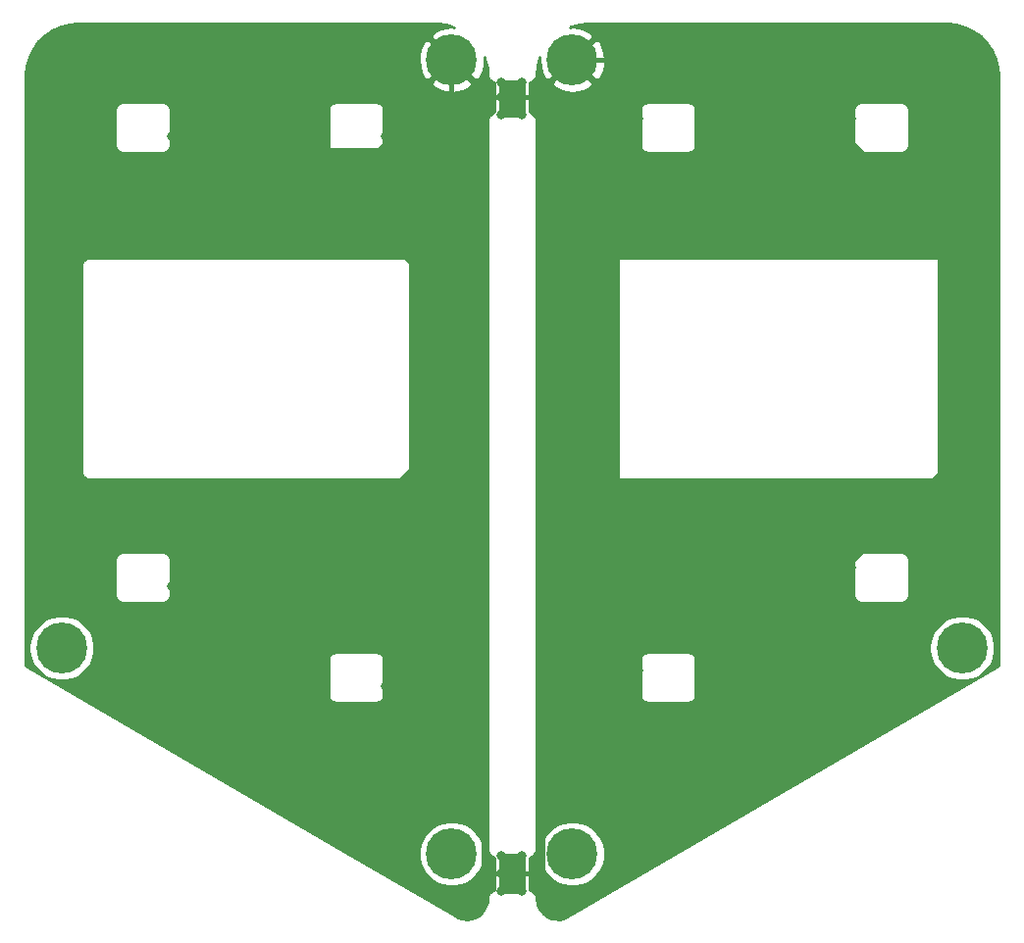
<source format=gtl>
G04 #@! TF.GenerationSoftware,KiCad,Pcbnew,5.1.5+dfsg1-2build2*
G04 #@! TF.CreationDate,2020-09-22T17:53:16+09:00*
G04 #@! TF.ProjectId,shield,73686965-6c64-42e6-9b69-6361645f7063,rev?*
G04 #@! TF.SameCoordinates,Original*
G04 #@! TF.FileFunction,Copper,L1,Top*
G04 #@! TF.FilePolarity,Positive*
%FSLAX46Y46*%
G04 Gerber Fmt 4.6, Leading zero omitted, Abs format (unit mm)*
G04 Created by KiCad (PCBNEW 5.1.5+dfsg1-2build2) date 2020-09-22 17:53:16*
%MOMM*%
%LPD*%
G04 APERTURE LIST*
%ADD10C,0.700000*%
%ADD11C,4.400000*%
%ADD12C,0.800000*%
%ADD13C,0.250000*%
%ADD14C,0.400000*%
%ADD15C,0.254000*%
G04 APERTURE END LIST*
D10*
X17883274Y-66143274D03*
X19050000Y-65660000D03*
X20216726Y-66143274D03*
X20700000Y-67310000D03*
X20216726Y-68476726D03*
X19050000Y-68960000D03*
X17883274Y-68476726D03*
X17400000Y-67310000D03*
D11*
X19050000Y-67310000D03*
D10*
X51538274Y-83923274D03*
X52705000Y-83440000D03*
X53871726Y-83923274D03*
X54355000Y-85090000D03*
X53871726Y-86256726D03*
X52705000Y-86740000D03*
X51538274Y-86256726D03*
X51055000Y-85090000D03*
D11*
X52705000Y-85090000D03*
X52705000Y-16510000D03*
D10*
X51055000Y-16510000D03*
X51538274Y-17676726D03*
X52705000Y-18160000D03*
X53871726Y-17676726D03*
X54355000Y-16510000D03*
X53871726Y-15343274D03*
X52705000Y-14860000D03*
X51538274Y-15343274D03*
D11*
X63119000Y-85090000D03*
D10*
X64769000Y-85090000D03*
X64285726Y-86256726D03*
X63119000Y-86740000D03*
X61952274Y-86256726D03*
X61469000Y-85090000D03*
X61952274Y-83923274D03*
X63119000Y-83440000D03*
X64285726Y-83923274D03*
D11*
X96774000Y-67310000D03*
D10*
X98424000Y-67310000D03*
X97940726Y-68476726D03*
X96774000Y-68960000D03*
X95607274Y-68476726D03*
X95124000Y-67310000D03*
X95607274Y-66143274D03*
X96774000Y-65660000D03*
X97940726Y-66143274D03*
X64285726Y-15343274D03*
X63119000Y-14860000D03*
X61952274Y-15343274D03*
X61469000Y-16510000D03*
X61952274Y-17676726D03*
X63119000Y-18160000D03*
X64285726Y-17676726D03*
X64769000Y-16510000D03*
D11*
X63119000Y-16510000D03*
D12*
X57023000Y-85217000D03*
X57023000Y-88265000D03*
X58801000Y-88265000D03*
X58801000Y-85217000D03*
X57023000Y-18415000D03*
X57023000Y-21209000D03*
X58801000Y-21209000D03*
X58801000Y-18415000D03*
X28575000Y-23114000D03*
X46990000Y-23114000D03*
X46990000Y-70612000D03*
X28575000Y-61976000D03*
X68834000Y-69215000D03*
X68834000Y-21590000D03*
X88519000Y-66675000D03*
X92964000Y-26035000D03*
X39370000Y-57785000D03*
X36830000Y-29210000D03*
X87249000Y-21590000D03*
X87249000Y-60325000D03*
X57023000Y-86741000D03*
X58801000Y-86741000D03*
X58801000Y-19685000D03*
X57023000Y-19685000D03*
D13*
X55499000Y-86741000D02*
X57023000Y-86741000D01*
D14*
X68199000Y-21590000D02*
X68834000Y-21590000D01*
X63119000Y-16510000D02*
X68199000Y-21590000D01*
X68434001Y-21989999D02*
X68834000Y-21590000D01*
X66961990Y-23462010D02*
X68434001Y-21989999D01*
X66961990Y-67342990D02*
X66961990Y-23462010D01*
X68834000Y-69215000D02*
X66961990Y-67342990D01*
X46990000Y-22225000D02*
X46990000Y-23114000D01*
X52705000Y-16510000D02*
X46990000Y-22225000D01*
X46990000Y-23679685D02*
X46990000Y-23114000D01*
X46357675Y-24312010D02*
X46990000Y-23679685D01*
X29773010Y-24312010D02*
X46357675Y-24312010D01*
X28575000Y-23114000D02*
X29773010Y-24312010D01*
X52705000Y-19621269D02*
X52705000Y-16510000D01*
X47555685Y-70612000D02*
X52705000Y-65462685D01*
X46990000Y-70612000D02*
X47555685Y-70612000D01*
X52705000Y-48423765D02*
X52705000Y-45720000D01*
X39152765Y-61976000D02*
X52705000Y-48423765D01*
X28575000Y-61976000D02*
X39152765Y-61976000D01*
X52705000Y-45720000D02*
X52705000Y-19621269D01*
X52705000Y-65462685D02*
X52705000Y-45720000D01*
X82169000Y-16510000D02*
X87249000Y-21590000D01*
X63119000Y-16510000D02*
X82169000Y-16510000D01*
X87249000Y-59853765D02*
X87249000Y-60325000D01*
X94836010Y-52266755D02*
X87249000Y-59853765D01*
X94836010Y-31249562D02*
X94836010Y-52266755D01*
X87249000Y-23662552D02*
X94836010Y-31249562D01*
X87249000Y-21590000D02*
X87249000Y-23662552D01*
D13*
X57023000Y-86741000D02*
X58801000Y-86741000D01*
X58801000Y-86741000D02*
X60325000Y-86741000D01*
D14*
X57023000Y-19685000D02*
X58801000Y-19685000D01*
X55880000Y-19685000D02*
X57023000Y-19685000D01*
X52705000Y-16510000D02*
X55880000Y-19685000D01*
X59944000Y-19685000D02*
X63119000Y-16510000D01*
X58801000Y-19685000D02*
X59944000Y-19685000D01*
X55499000Y-79121000D02*
X46990000Y-70612000D01*
X55499000Y-86741000D02*
X55499000Y-79121000D01*
X60518999Y-77530001D02*
X60518999Y-86547001D01*
X68834000Y-69215000D02*
X60518999Y-77530001D01*
X60325000Y-86741000D02*
X55499000Y-86741000D01*
X60518999Y-86547001D02*
X60325000Y-86741000D01*
X58801000Y-86741000D02*
X58801000Y-85217000D01*
X57023000Y-85217000D02*
X57023000Y-86741000D01*
X57023000Y-88265000D02*
X57023000Y-86741000D01*
X58801000Y-88265000D02*
X58801000Y-86741000D01*
X57023000Y-19685000D02*
X57023000Y-21209000D01*
X58801000Y-19685000D02*
X58801000Y-21209000D01*
X58801000Y-19685000D02*
X58801000Y-18415000D01*
X57023000Y-18415000D02*
X57023000Y-19685000D01*
X57023000Y-85217000D02*
X58801000Y-85217000D01*
X57023000Y-88265000D02*
X58801000Y-88265000D01*
X57023000Y-18415000D02*
X58801000Y-18415000D01*
X57023000Y-21209000D02*
X58801000Y-21209000D01*
D15*
G36*
X96277358Y-13481842D02*
G01*
X97026277Y-13686723D01*
X97727072Y-14020986D01*
X98357605Y-14474069D01*
X98897934Y-15031645D01*
X99330989Y-15676099D01*
X99643073Y-16387044D01*
X99825640Y-17147493D01*
X99874001Y-17806044D01*
X99874000Y-68807423D01*
X62676854Y-90529551D01*
X62332992Y-90661307D01*
X61981664Y-90721772D01*
X61625289Y-90712844D01*
X61277433Y-90634867D01*
X60951348Y-90490808D01*
X60659451Y-90286154D01*
X60412870Y-90028708D01*
X60220986Y-89728264D01*
X60091114Y-89396275D01*
X60024547Y-89025011D01*
X60020391Y-88920751D01*
X60022435Y-88900000D01*
X60008727Y-88760816D01*
X59968128Y-88626980D01*
X59902200Y-88503637D01*
X59813475Y-88395525D01*
X59705363Y-88306800D01*
X59582020Y-88240872D01*
X59448184Y-88200273D01*
X59436000Y-88199073D01*
X59436000Y-85409927D01*
X59448184Y-85408727D01*
X59582020Y-85368128D01*
X59705363Y-85302200D01*
X59813475Y-85213475D01*
X59902200Y-85105363D01*
X59968128Y-84982020D01*
X60008727Y-84848184D01*
X60012411Y-84810777D01*
X60284000Y-84810777D01*
X60284000Y-85369223D01*
X60392948Y-85916939D01*
X60606656Y-86432876D01*
X60916912Y-86897207D01*
X61311793Y-87292088D01*
X61776124Y-87602344D01*
X62292061Y-87816052D01*
X62839777Y-87925000D01*
X63398223Y-87925000D01*
X63945939Y-87816052D01*
X64461876Y-87602344D01*
X64926207Y-87292088D01*
X65321088Y-86897207D01*
X65631344Y-86432876D01*
X65845052Y-85916939D01*
X65954000Y-85369223D01*
X65954000Y-84810777D01*
X65845052Y-84263061D01*
X65631344Y-83747124D01*
X65321088Y-83282793D01*
X64926207Y-82887912D01*
X64461876Y-82577656D01*
X63945939Y-82363948D01*
X63398223Y-82255000D01*
X62839777Y-82255000D01*
X62292061Y-82363948D01*
X61776124Y-82577656D01*
X61311793Y-82887912D01*
X60916912Y-83282793D01*
X60606656Y-83747124D01*
X60392948Y-84263061D01*
X60284000Y-84810777D01*
X60012411Y-84810777D01*
X60022435Y-84709000D01*
X60019000Y-84674123D01*
X60019000Y-68350000D01*
X68975638Y-68350000D01*
X68979001Y-68384145D01*
X68979000Y-71315865D01*
X68975638Y-71350000D01*
X68989057Y-71486244D01*
X69028798Y-71617252D01*
X69093333Y-71737989D01*
X69180183Y-71843817D01*
X69286011Y-71930667D01*
X69406748Y-71995202D01*
X69537756Y-72034943D01*
X69674000Y-72048362D01*
X69708134Y-72045000D01*
X73039866Y-72045000D01*
X73074000Y-72048362D01*
X73210244Y-72034943D01*
X73341252Y-71995202D01*
X73461989Y-71930667D01*
X73567817Y-71843817D01*
X73654667Y-71737989D01*
X73719202Y-71617252D01*
X73758943Y-71486244D01*
X73769000Y-71384135D01*
X73769000Y-71384134D01*
X73772362Y-71350000D01*
X73769000Y-71315865D01*
X73769000Y-68384135D01*
X73772362Y-68350000D01*
X73758943Y-68213756D01*
X73719202Y-68082748D01*
X73654667Y-67962011D01*
X73567817Y-67856183D01*
X73461989Y-67769333D01*
X73341252Y-67704798D01*
X73210244Y-67665057D01*
X73108135Y-67655000D01*
X73108134Y-67655000D01*
X73074000Y-67651638D01*
X73039865Y-67655000D01*
X69708135Y-67655000D01*
X69674000Y-67651638D01*
X69639866Y-67655000D01*
X69639865Y-67655000D01*
X69537756Y-67665057D01*
X69406748Y-67704798D01*
X69286011Y-67769333D01*
X69180183Y-67856183D01*
X69093333Y-67962011D01*
X69028798Y-68082748D01*
X68989057Y-68213756D01*
X68975638Y-68350000D01*
X60019000Y-68350000D01*
X60019000Y-67030777D01*
X93939000Y-67030777D01*
X93939000Y-67589223D01*
X94047948Y-68136939D01*
X94261656Y-68652876D01*
X94571912Y-69117207D01*
X94966793Y-69512088D01*
X95431124Y-69822344D01*
X95947061Y-70036052D01*
X96494777Y-70145000D01*
X97053223Y-70145000D01*
X97600939Y-70036052D01*
X98116876Y-69822344D01*
X98581207Y-69512088D01*
X98976088Y-69117207D01*
X99286344Y-68652876D01*
X99500052Y-68136939D01*
X99609000Y-67589223D01*
X99609000Y-67030777D01*
X99500052Y-66483061D01*
X99286344Y-65967124D01*
X98976088Y-65502793D01*
X98581207Y-65107912D01*
X98116876Y-64797656D01*
X97600939Y-64583948D01*
X97053223Y-64475000D01*
X96494777Y-64475000D01*
X95947061Y-64583948D01*
X95431124Y-64797656D01*
X94966793Y-65107912D01*
X94571912Y-65502793D01*
X94261656Y-65967124D01*
X94047948Y-66483061D01*
X93939000Y-67030777D01*
X60019000Y-67030777D01*
X60019000Y-59714000D01*
X87390638Y-59714000D01*
X87394001Y-59748145D01*
X87394000Y-62679865D01*
X87390638Y-62714000D01*
X87404057Y-62850244D01*
X87443798Y-62981252D01*
X87508333Y-63101989D01*
X87595183Y-63207817D01*
X87701011Y-63294667D01*
X87821748Y-63359202D01*
X87952756Y-63398943D01*
X88089000Y-63412362D01*
X88123134Y-63409000D01*
X91454866Y-63409000D01*
X91489000Y-63412362D01*
X91625244Y-63398943D01*
X91756252Y-63359202D01*
X91876989Y-63294667D01*
X91982817Y-63207817D01*
X92069667Y-63101989D01*
X92134202Y-62981252D01*
X92173943Y-62850244D01*
X92184000Y-62748135D01*
X92184000Y-62748134D01*
X92187362Y-62714000D01*
X92184000Y-62679865D01*
X92184000Y-59748135D01*
X92187362Y-59714000D01*
X92173943Y-59577756D01*
X92134202Y-59446748D01*
X92069667Y-59326011D01*
X91982817Y-59220183D01*
X91876989Y-59133333D01*
X91756252Y-59068798D01*
X91625244Y-59029057D01*
X91523135Y-59019000D01*
X91523134Y-59019000D01*
X91489000Y-59015638D01*
X91454865Y-59019000D01*
X88123135Y-59019000D01*
X88089000Y-59015638D01*
X88054866Y-59019000D01*
X88054865Y-59019000D01*
X87952756Y-59029057D01*
X87821748Y-59068798D01*
X87701011Y-59133333D01*
X87595183Y-59220183D01*
X87508333Y-59326011D01*
X87443798Y-59446748D01*
X87404057Y-59577756D01*
X87390638Y-59714000D01*
X60019000Y-59714000D01*
X60019000Y-34290000D01*
X66723565Y-34290000D01*
X66727000Y-34324877D01*
X66727001Y-52035113D01*
X66723565Y-52070000D01*
X66737273Y-52209184D01*
X66777872Y-52343020D01*
X66843800Y-52466363D01*
X66932525Y-52574475D01*
X67040637Y-52663200D01*
X67163980Y-52729128D01*
X67297816Y-52769727D01*
X67402123Y-52780000D01*
X67437000Y-52783435D01*
X67471877Y-52780000D01*
X94326123Y-52780000D01*
X94361000Y-52783435D01*
X94395877Y-52780000D01*
X94500184Y-52769727D01*
X94634020Y-52729128D01*
X94757363Y-52663200D01*
X94865475Y-52574475D01*
X94954200Y-52466363D01*
X95020128Y-52343020D01*
X95060727Y-52209184D01*
X95074435Y-52070000D01*
X95071000Y-52035123D01*
X95071000Y-34324877D01*
X95074435Y-34290000D01*
X95060727Y-34150816D01*
X95020128Y-34016980D01*
X94954200Y-33893637D01*
X94865475Y-33785525D01*
X94757363Y-33696800D01*
X94634020Y-33630872D01*
X94500184Y-33590273D01*
X94395877Y-33580000D01*
X94361000Y-33576565D01*
X94326123Y-33580000D01*
X67471877Y-33580000D01*
X67437000Y-33576565D01*
X67402123Y-33580000D01*
X67297816Y-33590273D01*
X67163980Y-33630872D01*
X67040637Y-33696800D01*
X66932525Y-33785525D01*
X66843800Y-33893637D01*
X66777872Y-34016980D01*
X66737273Y-34150816D01*
X66723565Y-34290000D01*
X60019000Y-34290000D01*
X60019000Y-21751877D01*
X60022435Y-21717000D01*
X60008727Y-21577816D01*
X59968128Y-21443980D01*
X59902200Y-21320637D01*
X59813475Y-21212525D01*
X59705363Y-21123800D01*
X59582020Y-21057872D01*
X59448184Y-21017273D01*
X59436000Y-21016073D01*
X59436000Y-20852000D01*
X68975638Y-20852000D01*
X68979001Y-20886145D01*
X68979000Y-23817865D01*
X68975638Y-23852000D01*
X68989057Y-23988244D01*
X69028798Y-24119252D01*
X69093333Y-24239989D01*
X69180183Y-24345817D01*
X69286011Y-24432667D01*
X69406748Y-24497202D01*
X69537756Y-24536943D01*
X69674000Y-24550362D01*
X69708134Y-24547000D01*
X73039866Y-24547000D01*
X73074000Y-24550362D01*
X73210244Y-24536943D01*
X73341252Y-24497202D01*
X73461989Y-24432667D01*
X73567817Y-24345817D01*
X73654667Y-24239989D01*
X73719202Y-24119252D01*
X73758943Y-23988244D01*
X73769000Y-23886135D01*
X73769000Y-23886134D01*
X73772362Y-23852000D01*
X73769000Y-23817865D01*
X73769000Y-20886135D01*
X73772362Y-20852000D01*
X87390638Y-20852000D01*
X87394001Y-20886145D01*
X87394000Y-23817865D01*
X87390638Y-23852000D01*
X87404057Y-23988244D01*
X87443798Y-24119252D01*
X87508333Y-24239989D01*
X87595183Y-24345817D01*
X87701011Y-24432667D01*
X87821748Y-24497202D01*
X87952756Y-24536943D01*
X88089000Y-24550362D01*
X88123134Y-24547000D01*
X91454866Y-24547000D01*
X91489000Y-24550362D01*
X91625244Y-24536943D01*
X91756252Y-24497202D01*
X91876989Y-24432667D01*
X91982817Y-24345817D01*
X92069667Y-24239989D01*
X92134202Y-24119252D01*
X92173943Y-23988244D01*
X92184000Y-23886135D01*
X92184000Y-23886134D01*
X92187362Y-23852000D01*
X92184000Y-23817865D01*
X92184000Y-20886135D01*
X92187362Y-20852000D01*
X92173943Y-20715756D01*
X92134202Y-20584748D01*
X92069667Y-20464011D01*
X91982817Y-20358183D01*
X91876989Y-20271333D01*
X91756252Y-20206798D01*
X91625244Y-20167057D01*
X91523135Y-20157000D01*
X91523134Y-20157000D01*
X91489000Y-20153638D01*
X91454865Y-20157000D01*
X88123135Y-20157000D01*
X88089000Y-20153638D01*
X88054866Y-20157000D01*
X88054865Y-20157000D01*
X87952756Y-20167057D01*
X87821748Y-20206798D01*
X87701011Y-20271333D01*
X87595183Y-20358183D01*
X87508333Y-20464011D01*
X87443798Y-20584748D01*
X87404057Y-20715756D01*
X87390638Y-20852000D01*
X73772362Y-20852000D01*
X73758943Y-20715756D01*
X73719202Y-20584748D01*
X73654667Y-20464011D01*
X73567817Y-20358183D01*
X73461989Y-20271333D01*
X73341252Y-20206798D01*
X73210244Y-20167057D01*
X73108135Y-20157000D01*
X73108134Y-20157000D01*
X73074000Y-20153638D01*
X73039865Y-20157000D01*
X69708135Y-20157000D01*
X69674000Y-20153638D01*
X69639866Y-20157000D01*
X69639865Y-20157000D01*
X69537756Y-20167057D01*
X69406748Y-20206798D01*
X69286011Y-20271333D01*
X69180183Y-20358183D01*
X69093333Y-20464011D01*
X69028798Y-20584748D01*
X68989057Y-20715756D01*
X68975638Y-20852000D01*
X59436000Y-20852000D01*
X59436000Y-18499775D01*
X61308830Y-18499775D01*
X61548976Y-18887018D01*
X62042877Y-19147641D01*
X62578133Y-19306901D01*
X63134174Y-19358678D01*
X63689632Y-19300981D01*
X64223161Y-19136028D01*
X64689024Y-18887018D01*
X64929170Y-18499775D01*
X63119000Y-16689605D01*
X61308830Y-18499775D01*
X59436000Y-18499775D01*
X59436000Y-18480927D01*
X59448184Y-18479727D01*
X59582020Y-18439128D01*
X59705363Y-18373200D01*
X59813475Y-18284475D01*
X59902200Y-18176363D01*
X59968128Y-18053020D01*
X60008727Y-17919184D01*
X60022435Y-17780000D01*
X60022113Y-17776734D01*
X60090842Y-17006642D01*
X60294970Y-16260474D01*
X60270322Y-16525174D01*
X60328019Y-17080632D01*
X60492972Y-17614161D01*
X60741982Y-18080024D01*
X61129225Y-18320170D01*
X62939395Y-16510000D01*
X63298605Y-16510000D01*
X65108775Y-18320170D01*
X65496018Y-18080024D01*
X65756641Y-17586123D01*
X65915901Y-17050867D01*
X65967678Y-16494826D01*
X65909981Y-15939368D01*
X65745028Y-15405839D01*
X65496018Y-14939976D01*
X65108775Y-14699830D01*
X63298605Y-16510000D01*
X62939395Y-16510000D01*
X62925253Y-16495858D01*
X63104858Y-16316253D01*
X63119000Y-16330395D01*
X64929170Y-14520225D01*
X64689024Y-14132982D01*
X64195123Y-13872359D01*
X63659867Y-13713099D01*
X63103826Y-13661322D01*
X62901773Y-13682310D01*
X62996044Y-13640927D01*
X63756493Y-13458360D01*
X64415031Y-13410000D01*
X95472382Y-13410000D01*
X96277358Y-13481842D01*
G37*
X96277358Y-13481842D02*
X97026277Y-13686723D01*
X97727072Y-14020986D01*
X98357605Y-14474069D01*
X98897934Y-15031645D01*
X99330989Y-15676099D01*
X99643073Y-16387044D01*
X99825640Y-17147493D01*
X99874001Y-17806044D01*
X99874000Y-68807423D01*
X62676854Y-90529551D01*
X62332992Y-90661307D01*
X61981664Y-90721772D01*
X61625289Y-90712844D01*
X61277433Y-90634867D01*
X60951348Y-90490808D01*
X60659451Y-90286154D01*
X60412870Y-90028708D01*
X60220986Y-89728264D01*
X60091114Y-89396275D01*
X60024547Y-89025011D01*
X60020391Y-88920751D01*
X60022435Y-88900000D01*
X60008727Y-88760816D01*
X59968128Y-88626980D01*
X59902200Y-88503637D01*
X59813475Y-88395525D01*
X59705363Y-88306800D01*
X59582020Y-88240872D01*
X59448184Y-88200273D01*
X59436000Y-88199073D01*
X59436000Y-85409927D01*
X59448184Y-85408727D01*
X59582020Y-85368128D01*
X59705363Y-85302200D01*
X59813475Y-85213475D01*
X59902200Y-85105363D01*
X59968128Y-84982020D01*
X60008727Y-84848184D01*
X60012411Y-84810777D01*
X60284000Y-84810777D01*
X60284000Y-85369223D01*
X60392948Y-85916939D01*
X60606656Y-86432876D01*
X60916912Y-86897207D01*
X61311793Y-87292088D01*
X61776124Y-87602344D01*
X62292061Y-87816052D01*
X62839777Y-87925000D01*
X63398223Y-87925000D01*
X63945939Y-87816052D01*
X64461876Y-87602344D01*
X64926207Y-87292088D01*
X65321088Y-86897207D01*
X65631344Y-86432876D01*
X65845052Y-85916939D01*
X65954000Y-85369223D01*
X65954000Y-84810777D01*
X65845052Y-84263061D01*
X65631344Y-83747124D01*
X65321088Y-83282793D01*
X64926207Y-82887912D01*
X64461876Y-82577656D01*
X63945939Y-82363948D01*
X63398223Y-82255000D01*
X62839777Y-82255000D01*
X62292061Y-82363948D01*
X61776124Y-82577656D01*
X61311793Y-82887912D01*
X60916912Y-83282793D01*
X60606656Y-83747124D01*
X60392948Y-84263061D01*
X60284000Y-84810777D01*
X60012411Y-84810777D01*
X60022435Y-84709000D01*
X60019000Y-84674123D01*
X60019000Y-68350000D01*
X68975638Y-68350000D01*
X68979001Y-68384145D01*
X68979000Y-71315865D01*
X68975638Y-71350000D01*
X68989057Y-71486244D01*
X69028798Y-71617252D01*
X69093333Y-71737989D01*
X69180183Y-71843817D01*
X69286011Y-71930667D01*
X69406748Y-71995202D01*
X69537756Y-72034943D01*
X69674000Y-72048362D01*
X69708134Y-72045000D01*
X73039866Y-72045000D01*
X73074000Y-72048362D01*
X73210244Y-72034943D01*
X73341252Y-71995202D01*
X73461989Y-71930667D01*
X73567817Y-71843817D01*
X73654667Y-71737989D01*
X73719202Y-71617252D01*
X73758943Y-71486244D01*
X73769000Y-71384135D01*
X73769000Y-71384134D01*
X73772362Y-71350000D01*
X73769000Y-71315865D01*
X73769000Y-68384135D01*
X73772362Y-68350000D01*
X73758943Y-68213756D01*
X73719202Y-68082748D01*
X73654667Y-67962011D01*
X73567817Y-67856183D01*
X73461989Y-67769333D01*
X73341252Y-67704798D01*
X73210244Y-67665057D01*
X73108135Y-67655000D01*
X73108134Y-67655000D01*
X73074000Y-67651638D01*
X73039865Y-67655000D01*
X69708135Y-67655000D01*
X69674000Y-67651638D01*
X69639866Y-67655000D01*
X69639865Y-67655000D01*
X69537756Y-67665057D01*
X69406748Y-67704798D01*
X69286011Y-67769333D01*
X69180183Y-67856183D01*
X69093333Y-67962011D01*
X69028798Y-68082748D01*
X68989057Y-68213756D01*
X68975638Y-68350000D01*
X60019000Y-68350000D01*
X60019000Y-67030777D01*
X93939000Y-67030777D01*
X93939000Y-67589223D01*
X94047948Y-68136939D01*
X94261656Y-68652876D01*
X94571912Y-69117207D01*
X94966793Y-69512088D01*
X95431124Y-69822344D01*
X95947061Y-70036052D01*
X96494777Y-70145000D01*
X97053223Y-70145000D01*
X97600939Y-70036052D01*
X98116876Y-69822344D01*
X98581207Y-69512088D01*
X98976088Y-69117207D01*
X99286344Y-68652876D01*
X99500052Y-68136939D01*
X99609000Y-67589223D01*
X99609000Y-67030777D01*
X99500052Y-66483061D01*
X99286344Y-65967124D01*
X98976088Y-65502793D01*
X98581207Y-65107912D01*
X98116876Y-64797656D01*
X97600939Y-64583948D01*
X97053223Y-64475000D01*
X96494777Y-64475000D01*
X95947061Y-64583948D01*
X95431124Y-64797656D01*
X94966793Y-65107912D01*
X94571912Y-65502793D01*
X94261656Y-65967124D01*
X94047948Y-66483061D01*
X93939000Y-67030777D01*
X60019000Y-67030777D01*
X60019000Y-59714000D01*
X87390638Y-59714000D01*
X87394001Y-59748145D01*
X87394000Y-62679865D01*
X87390638Y-62714000D01*
X87404057Y-62850244D01*
X87443798Y-62981252D01*
X87508333Y-63101989D01*
X87595183Y-63207817D01*
X87701011Y-63294667D01*
X87821748Y-63359202D01*
X87952756Y-63398943D01*
X88089000Y-63412362D01*
X88123134Y-63409000D01*
X91454866Y-63409000D01*
X91489000Y-63412362D01*
X91625244Y-63398943D01*
X91756252Y-63359202D01*
X91876989Y-63294667D01*
X91982817Y-63207817D01*
X92069667Y-63101989D01*
X92134202Y-62981252D01*
X92173943Y-62850244D01*
X92184000Y-62748135D01*
X92184000Y-62748134D01*
X92187362Y-62714000D01*
X92184000Y-62679865D01*
X92184000Y-59748135D01*
X92187362Y-59714000D01*
X92173943Y-59577756D01*
X92134202Y-59446748D01*
X92069667Y-59326011D01*
X91982817Y-59220183D01*
X91876989Y-59133333D01*
X91756252Y-59068798D01*
X91625244Y-59029057D01*
X91523135Y-59019000D01*
X91523134Y-59019000D01*
X91489000Y-59015638D01*
X91454865Y-59019000D01*
X88123135Y-59019000D01*
X88089000Y-59015638D01*
X88054866Y-59019000D01*
X88054865Y-59019000D01*
X87952756Y-59029057D01*
X87821748Y-59068798D01*
X87701011Y-59133333D01*
X87595183Y-59220183D01*
X87508333Y-59326011D01*
X87443798Y-59446748D01*
X87404057Y-59577756D01*
X87390638Y-59714000D01*
X60019000Y-59714000D01*
X60019000Y-34290000D01*
X66723565Y-34290000D01*
X66727000Y-34324877D01*
X66727001Y-52035113D01*
X66723565Y-52070000D01*
X66737273Y-52209184D01*
X66777872Y-52343020D01*
X66843800Y-52466363D01*
X66932525Y-52574475D01*
X67040637Y-52663200D01*
X67163980Y-52729128D01*
X67297816Y-52769727D01*
X67402123Y-52780000D01*
X67437000Y-52783435D01*
X67471877Y-52780000D01*
X94326123Y-52780000D01*
X94361000Y-52783435D01*
X94395877Y-52780000D01*
X94500184Y-52769727D01*
X94634020Y-52729128D01*
X94757363Y-52663200D01*
X94865475Y-52574475D01*
X94954200Y-52466363D01*
X95020128Y-52343020D01*
X95060727Y-52209184D01*
X95074435Y-52070000D01*
X95071000Y-52035123D01*
X95071000Y-34324877D01*
X95074435Y-34290000D01*
X95060727Y-34150816D01*
X95020128Y-34016980D01*
X94954200Y-33893637D01*
X94865475Y-33785525D01*
X94757363Y-33696800D01*
X94634020Y-33630872D01*
X94500184Y-33590273D01*
X94395877Y-33580000D01*
X94361000Y-33576565D01*
X94326123Y-33580000D01*
X67471877Y-33580000D01*
X67437000Y-33576565D01*
X67402123Y-33580000D01*
X67297816Y-33590273D01*
X67163980Y-33630872D01*
X67040637Y-33696800D01*
X66932525Y-33785525D01*
X66843800Y-33893637D01*
X66777872Y-34016980D01*
X66737273Y-34150816D01*
X66723565Y-34290000D01*
X60019000Y-34290000D01*
X60019000Y-21751877D01*
X60022435Y-21717000D01*
X60008727Y-21577816D01*
X59968128Y-21443980D01*
X59902200Y-21320637D01*
X59813475Y-21212525D01*
X59705363Y-21123800D01*
X59582020Y-21057872D01*
X59448184Y-21017273D01*
X59436000Y-21016073D01*
X59436000Y-20852000D01*
X68975638Y-20852000D01*
X68979001Y-20886145D01*
X68979000Y-23817865D01*
X68975638Y-23852000D01*
X68989057Y-23988244D01*
X69028798Y-24119252D01*
X69093333Y-24239989D01*
X69180183Y-24345817D01*
X69286011Y-24432667D01*
X69406748Y-24497202D01*
X69537756Y-24536943D01*
X69674000Y-24550362D01*
X69708134Y-24547000D01*
X73039866Y-24547000D01*
X73074000Y-24550362D01*
X73210244Y-24536943D01*
X73341252Y-24497202D01*
X73461989Y-24432667D01*
X73567817Y-24345817D01*
X73654667Y-24239989D01*
X73719202Y-24119252D01*
X73758943Y-23988244D01*
X73769000Y-23886135D01*
X73769000Y-23886134D01*
X73772362Y-23852000D01*
X73769000Y-23817865D01*
X73769000Y-20886135D01*
X73772362Y-20852000D01*
X87390638Y-20852000D01*
X87394001Y-20886145D01*
X87394000Y-23817865D01*
X87390638Y-23852000D01*
X87404057Y-23988244D01*
X87443798Y-24119252D01*
X87508333Y-24239989D01*
X87595183Y-24345817D01*
X87701011Y-24432667D01*
X87821748Y-24497202D01*
X87952756Y-24536943D01*
X88089000Y-24550362D01*
X88123134Y-24547000D01*
X91454866Y-24547000D01*
X91489000Y-24550362D01*
X91625244Y-24536943D01*
X91756252Y-24497202D01*
X91876989Y-24432667D01*
X91982817Y-24345817D01*
X92069667Y-24239989D01*
X92134202Y-24119252D01*
X92173943Y-23988244D01*
X92184000Y-23886135D01*
X92184000Y-23886134D01*
X92187362Y-23852000D01*
X92184000Y-23817865D01*
X92184000Y-20886135D01*
X92187362Y-20852000D01*
X92173943Y-20715756D01*
X92134202Y-20584748D01*
X92069667Y-20464011D01*
X91982817Y-20358183D01*
X91876989Y-20271333D01*
X91756252Y-20206798D01*
X91625244Y-20167057D01*
X91523135Y-20157000D01*
X91523134Y-20157000D01*
X91489000Y-20153638D01*
X91454865Y-20157000D01*
X88123135Y-20157000D01*
X88089000Y-20153638D01*
X88054866Y-20157000D01*
X88054865Y-20157000D01*
X87952756Y-20167057D01*
X87821748Y-20206798D01*
X87701011Y-20271333D01*
X87595183Y-20358183D01*
X87508333Y-20464011D01*
X87443798Y-20584748D01*
X87404057Y-20715756D01*
X87390638Y-20852000D01*
X73772362Y-20852000D01*
X73758943Y-20715756D01*
X73719202Y-20584748D01*
X73654667Y-20464011D01*
X73567817Y-20358183D01*
X73461989Y-20271333D01*
X73341252Y-20206798D01*
X73210244Y-20167057D01*
X73108135Y-20157000D01*
X73108134Y-20157000D01*
X73074000Y-20153638D01*
X73039865Y-20157000D01*
X69708135Y-20157000D01*
X69674000Y-20153638D01*
X69639866Y-20157000D01*
X69639865Y-20157000D01*
X69537756Y-20167057D01*
X69406748Y-20206798D01*
X69286011Y-20271333D01*
X69180183Y-20358183D01*
X69093333Y-20464011D01*
X69028798Y-20584748D01*
X68989057Y-20715756D01*
X68975638Y-20852000D01*
X59436000Y-20852000D01*
X59436000Y-18499775D01*
X61308830Y-18499775D01*
X61548976Y-18887018D01*
X62042877Y-19147641D01*
X62578133Y-19306901D01*
X63134174Y-19358678D01*
X63689632Y-19300981D01*
X64223161Y-19136028D01*
X64689024Y-18887018D01*
X64929170Y-18499775D01*
X63119000Y-16689605D01*
X61308830Y-18499775D01*
X59436000Y-18499775D01*
X59436000Y-18480927D01*
X59448184Y-18479727D01*
X59582020Y-18439128D01*
X59705363Y-18373200D01*
X59813475Y-18284475D01*
X59902200Y-18176363D01*
X59968128Y-18053020D01*
X60008727Y-17919184D01*
X60022435Y-17780000D01*
X60022113Y-17776734D01*
X60090842Y-17006642D01*
X60294970Y-16260474D01*
X60270322Y-16525174D01*
X60328019Y-17080632D01*
X60492972Y-17614161D01*
X60741982Y-18080024D01*
X61129225Y-18320170D01*
X62939395Y-16510000D01*
X63298605Y-16510000D01*
X65108775Y-18320170D01*
X65496018Y-18080024D01*
X65756641Y-17586123D01*
X65915901Y-17050867D01*
X65967678Y-16494826D01*
X65909981Y-15939368D01*
X65745028Y-15405839D01*
X65496018Y-14939976D01*
X65108775Y-14699830D01*
X63298605Y-16510000D01*
X62939395Y-16510000D01*
X62925253Y-16495858D01*
X63104858Y-16316253D01*
X63119000Y-16330395D01*
X64929170Y-14520225D01*
X64689024Y-14132982D01*
X64195123Y-13872359D01*
X63659867Y-13713099D01*
X63103826Y-13661322D01*
X62901773Y-13682310D01*
X62996044Y-13640927D01*
X63756493Y-13458360D01*
X64415031Y-13410000D01*
X95472382Y-13410000D01*
X96277358Y-13481842D01*
G36*
X52208358Y-13481842D02*
G01*
X52954526Y-13685970D01*
X52689826Y-13661322D01*
X52134368Y-13719019D01*
X51600839Y-13883972D01*
X51134976Y-14132982D01*
X50894830Y-14520225D01*
X52705000Y-16330395D01*
X52719143Y-16316253D01*
X52898748Y-16495858D01*
X52884605Y-16510000D01*
X54694775Y-18320170D01*
X55082018Y-18080024D01*
X55342641Y-17586123D01*
X55501901Y-17050867D01*
X55553678Y-16494826D01*
X55532690Y-16292773D01*
X55574073Y-16387044D01*
X55756640Y-17147493D01*
X55802438Y-17771139D01*
X55801565Y-17780000D01*
X55815273Y-17919184D01*
X55855872Y-18053020D01*
X55921800Y-18176363D01*
X56010525Y-18284475D01*
X56118637Y-18373200D01*
X56241980Y-18439128D01*
X56375816Y-18479727D01*
X56388000Y-18480927D01*
X56388000Y-21016073D01*
X56375816Y-21017273D01*
X56241980Y-21057872D01*
X56118637Y-21123800D01*
X56010525Y-21212525D01*
X55921800Y-21320637D01*
X55855872Y-21443980D01*
X55815273Y-21577816D01*
X55801565Y-21717000D01*
X55805001Y-21751887D01*
X55805000Y-84674123D01*
X55801565Y-84709000D01*
X55815273Y-84848184D01*
X55855872Y-84982020D01*
X55921800Y-85105363D01*
X56010525Y-85213475D01*
X56118637Y-85302200D01*
X56241980Y-85368128D01*
X56375816Y-85408727D01*
X56388000Y-85409927D01*
X56388000Y-88199073D01*
X56375816Y-88200273D01*
X56241980Y-88240872D01*
X56118637Y-88306800D01*
X56010525Y-88395525D01*
X55921800Y-88503637D01*
X55855872Y-88626980D01*
X55815273Y-88760816D01*
X55801565Y-88900000D01*
X55801580Y-88900156D01*
X55766809Y-89254784D01*
X55663771Y-89596063D01*
X55496409Y-89910825D01*
X55271097Y-90187083D01*
X54996418Y-90414317D01*
X54682838Y-90583869D01*
X54342288Y-90689287D01*
X53987749Y-90726550D01*
X53632731Y-90694242D01*
X53270884Y-90587744D01*
X53164984Y-90539967D01*
X43354273Y-84810777D01*
X49870000Y-84810777D01*
X49870000Y-85369223D01*
X49978948Y-85916939D01*
X50192656Y-86432876D01*
X50502912Y-86897207D01*
X50897793Y-87292088D01*
X51362124Y-87602344D01*
X51878061Y-87816052D01*
X52425777Y-87925000D01*
X52984223Y-87925000D01*
X53531939Y-87816052D01*
X54047876Y-87602344D01*
X54512207Y-87292088D01*
X54907088Y-86897207D01*
X55217344Y-86432876D01*
X55431052Y-85916939D01*
X55540000Y-85369223D01*
X55540000Y-84810777D01*
X55431052Y-84263061D01*
X55217344Y-83747124D01*
X54907088Y-83282793D01*
X54512207Y-82887912D01*
X54047876Y-82577656D01*
X53531939Y-82363948D01*
X52984223Y-82255000D01*
X52425777Y-82255000D01*
X51878061Y-82363948D01*
X51362124Y-82577656D01*
X50897793Y-82887912D01*
X50502912Y-83282793D01*
X50192656Y-83747124D01*
X49978948Y-84263061D01*
X49870000Y-84810777D01*
X43354273Y-84810777D01*
X15950000Y-68807423D01*
X15950000Y-67030777D01*
X16215000Y-67030777D01*
X16215000Y-67589223D01*
X16323948Y-68136939D01*
X16537656Y-68652876D01*
X16847912Y-69117207D01*
X17242793Y-69512088D01*
X17707124Y-69822344D01*
X18223061Y-70036052D01*
X18770777Y-70145000D01*
X19329223Y-70145000D01*
X19876939Y-70036052D01*
X20392876Y-69822344D01*
X20857207Y-69512088D01*
X21252088Y-69117207D01*
X21562344Y-68652876D01*
X21687799Y-68350000D01*
X42051638Y-68350000D01*
X42055001Y-68384145D01*
X42055000Y-71315865D01*
X42051638Y-71350000D01*
X42065057Y-71486244D01*
X42104798Y-71617252D01*
X42169333Y-71737989D01*
X42256183Y-71843817D01*
X42362011Y-71930667D01*
X42482748Y-71995202D01*
X42613756Y-72034943D01*
X42750000Y-72048362D01*
X42784134Y-72045000D01*
X46115866Y-72045000D01*
X46150000Y-72048362D01*
X46286244Y-72034943D01*
X46417252Y-71995202D01*
X46537989Y-71930667D01*
X46643817Y-71843817D01*
X46730667Y-71737989D01*
X46795202Y-71617252D01*
X46834943Y-71486244D01*
X46845000Y-71384135D01*
X46845000Y-71384134D01*
X46848362Y-71350000D01*
X46845000Y-71315865D01*
X46845000Y-68384135D01*
X46848362Y-68350000D01*
X46834943Y-68213756D01*
X46795202Y-68082748D01*
X46730667Y-67962011D01*
X46643817Y-67856183D01*
X46537989Y-67769333D01*
X46417252Y-67704798D01*
X46286244Y-67665057D01*
X46184135Y-67655000D01*
X46184134Y-67655000D01*
X46150000Y-67651638D01*
X46115865Y-67655000D01*
X42784135Y-67655000D01*
X42750000Y-67651638D01*
X42715866Y-67655000D01*
X42715865Y-67655000D01*
X42613756Y-67665057D01*
X42482748Y-67704798D01*
X42362011Y-67769333D01*
X42256183Y-67856183D01*
X42169333Y-67962011D01*
X42104798Y-68082748D01*
X42065057Y-68213756D01*
X42051638Y-68350000D01*
X21687799Y-68350000D01*
X21776052Y-68136939D01*
X21885000Y-67589223D01*
X21885000Y-67030777D01*
X21776052Y-66483061D01*
X21562344Y-65967124D01*
X21252088Y-65502793D01*
X20857207Y-65107912D01*
X20392876Y-64797656D01*
X19876939Y-64583948D01*
X19329223Y-64475000D01*
X18770777Y-64475000D01*
X18223061Y-64583948D01*
X17707124Y-64797656D01*
X17242793Y-65107912D01*
X16847912Y-65502793D01*
X16537656Y-65967124D01*
X16323948Y-66483061D01*
X16215000Y-67030777D01*
X15950000Y-67030777D01*
X15950000Y-59714000D01*
X23636638Y-59714000D01*
X23640001Y-59748145D01*
X23640000Y-62679865D01*
X23636638Y-62714000D01*
X23650057Y-62850244D01*
X23689798Y-62981252D01*
X23754333Y-63101989D01*
X23841183Y-63207817D01*
X23947011Y-63294667D01*
X24067748Y-63359202D01*
X24198756Y-63398943D01*
X24335000Y-63412362D01*
X24369134Y-63409000D01*
X27700866Y-63409000D01*
X27735000Y-63412362D01*
X27871244Y-63398943D01*
X28002252Y-63359202D01*
X28122989Y-63294667D01*
X28228817Y-63207817D01*
X28315667Y-63101989D01*
X28380202Y-62981252D01*
X28419943Y-62850244D01*
X28430000Y-62748135D01*
X28430000Y-62748134D01*
X28433362Y-62714000D01*
X28430000Y-62679865D01*
X28430000Y-59748135D01*
X28433362Y-59714000D01*
X28419943Y-59577756D01*
X28380202Y-59446748D01*
X28315667Y-59326011D01*
X28228817Y-59220183D01*
X28122989Y-59133333D01*
X28002252Y-59068798D01*
X27871244Y-59029057D01*
X27769135Y-59019000D01*
X27769134Y-59019000D01*
X27735000Y-59015638D01*
X27700865Y-59019000D01*
X24369135Y-59019000D01*
X24335000Y-59015638D01*
X24300866Y-59019000D01*
X24300865Y-59019000D01*
X24198756Y-59029057D01*
X24067748Y-59068798D01*
X23947011Y-59133333D01*
X23841183Y-59220183D01*
X23754333Y-59326011D01*
X23689798Y-59446748D01*
X23650057Y-59577756D01*
X23636638Y-59714000D01*
X15950000Y-59714000D01*
X15950000Y-34290000D01*
X20749565Y-34290000D01*
X20753001Y-34324887D01*
X20753000Y-52035123D01*
X20749565Y-52070000D01*
X20763273Y-52209184D01*
X20803872Y-52343020D01*
X20869800Y-52466363D01*
X20958525Y-52574475D01*
X21066637Y-52663200D01*
X21189980Y-52729128D01*
X21323816Y-52769727D01*
X21463000Y-52783435D01*
X21497877Y-52780000D01*
X48352123Y-52780000D01*
X48387000Y-52783435D01*
X48421877Y-52780000D01*
X48526184Y-52769727D01*
X48660020Y-52729128D01*
X48783363Y-52663200D01*
X48891475Y-52574475D01*
X48980200Y-52466363D01*
X49046128Y-52343020D01*
X49086727Y-52209184D01*
X49100435Y-52070000D01*
X49097000Y-52035123D01*
X49097000Y-34324877D01*
X49100435Y-34290000D01*
X49086727Y-34150816D01*
X49046128Y-34016980D01*
X48980200Y-33893637D01*
X48891475Y-33785525D01*
X48783363Y-33696800D01*
X48660020Y-33630872D01*
X48526184Y-33590273D01*
X48421877Y-33580000D01*
X48387000Y-33576565D01*
X48352123Y-33580000D01*
X21497877Y-33580000D01*
X21463000Y-33576565D01*
X21428123Y-33580000D01*
X21323816Y-33590273D01*
X21189980Y-33630872D01*
X21066637Y-33696800D01*
X20958525Y-33785525D01*
X20869800Y-33893637D01*
X20803872Y-34016980D01*
X20763273Y-34150816D01*
X20749565Y-34290000D01*
X15950000Y-34290000D01*
X15950000Y-20852000D01*
X23636638Y-20852000D01*
X23640001Y-20886145D01*
X23640000Y-23817865D01*
X23636638Y-23852000D01*
X23650057Y-23988244D01*
X23689798Y-24119252D01*
X23754333Y-24239989D01*
X23841183Y-24345817D01*
X23947011Y-24432667D01*
X24067748Y-24497202D01*
X24198756Y-24536943D01*
X24335000Y-24550362D01*
X24369134Y-24547000D01*
X27700866Y-24547000D01*
X27735000Y-24550362D01*
X27871244Y-24536943D01*
X28002252Y-24497202D01*
X28122989Y-24432667D01*
X28228817Y-24345817D01*
X28315667Y-24239989D01*
X28380202Y-24119252D01*
X28419943Y-23988244D01*
X28430000Y-23886135D01*
X28430000Y-23886134D01*
X28433362Y-23852000D01*
X28430000Y-23817865D01*
X28430000Y-20886135D01*
X28433362Y-20852000D01*
X42051638Y-20852000D01*
X42055001Y-20886145D01*
X42055000Y-23817865D01*
X42051638Y-23852000D01*
X42065057Y-23988244D01*
X42104798Y-24119252D01*
X42169333Y-24239989D01*
X42256183Y-24345817D01*
X42362011Y-24432667D01*
X42482748Y-24497202D01*
X42613756Y-24536943D01*
X42750000Y-24550362D01*
X42784134Y-24547000D01*
X46115866Y-24547000D01*
X46150000Y-24550362D01*
X46286244Y-24536943D01*
X46417252Y-24497202D01*
X46537989Y-24432667D01*
X46643817Y-24345817D01*
X46730667Y-24239989D01*
X46795202Y-24119252D01*
X46834943Y-23988244D01*
X46845000Y-23886135D01*
X46845000Y-23886134D01*
X46848362Y-23852000D01*
X46845000Y-23817865D01*
X46845000Y-20886135D01*
X46848362Y-20852000D01*
X46834943Y-20715756D01*
X46795202Y-20584748D01*
X46730667Y-20464011D01*
X46643817Y-20358183D01*
X46537989Y-20271333D01*
X46417252Y-20206798D01*
X46286244Y-20167057D01*
X46184135Y-20157000D01*
X46184134Y-20157000D01*
X46150000Y-20153638D01*
X46115865Y-20157000D01*
X42784135Y-20157000D01*
X42750000Y-20153638D01*
X42715866Y-20157000D01*
X42715865Y-20157000D01*
X42613756Y-20167057D01*
X42482748Y-20206798D01*
X42362011Y-20271333D01*
X42256183Y-20358183D01*
X42169333Y-20464011D01*
X42104798Y-20584748D01*
X42065057Y-20715756D01*
X42051638Y-20852000D01*
X28433362Y-20852000D01*
X28419943Y-20715756D01*
X28380202Y-20584748D01*
X28315667Y-20464011D01*
X28228817Y-20358183D01*
X28122989Y-20271333D01*
X28002252Y-20206798D01*
X27871244Y-20167057D01*
X27769135Y-20157000D01*
X27769134Y-20157000D01*
X27735000Y-20153638D01*
X27700865Y-20157000D01*
X24369135Y-20157000D01*
X24335000Y-20153638D01*
X24300866Y-20157000D01*
X24300865Y-20157000D01*
X24198756Y-20167057D01*
X24067748Y-20206798D01*
X23947011Y-20271333D01*
X23841183Y-20358183D01*
X23754333Y-20464011D01*
X23689798Y-20584748D01*
X23650057Y-20715756D01*
X23636638Y-20852000D01*
X15950000Y-20852000D01*
X15950000Y-18499775D01*
X50894830Y-18499775D01*
X51134976Y-18887018D01*
X51628877Y-19147641D01*
X52164133Y-19306901D01*
X52720174Y-19358678D01*
X53275632Y-19300981D01*
X53809161Y-19136028D01*
X54275024Y-18887018D01*
X54515170Y-18499775D01*
X52705000Y-16689605D01*
X50894830Y-18499775D01*
X15950000Y-18499775D01*
X15950000Y-17811618D01*
X16021842Y-17006642D01*
X16153556Y-16525174D01*
X49856322Y-16525174D01*
X49914019Y-17080632D01*
X50078972Y-17614161D01*
X50327982Y-18080024D01*
X50715225Y-18320170D01*
X52525395Y-16510000D01*
X50715225Y-14699830D01*
X50327982Y-14939976D01*
X50067359Y-15433877D01*
X49908099Y-15969133D01*
X49856322Y-16525174D01*
X16153556Y-16525174D01*
X16226723Y-16257723D01*
X16560986Y-15556928D01*
X17014069Y-14926395D01*
X17571645Y-14386066D01*
X18216099Y-13953011D01*
X18927044Y-13640927D01*
X19687493Y-13458360D01*
X20346031Y-13410000D01*
X51403382Y-13410000D01*
X52208358Y-13481842D01*
G37*
X52208358Y-13481842D02*
X52954526Y-13685970D01*
X52689826Y-13661322D01*
X52134368Y-13719019D01*
X51600839Y-13883972D01*
X51134976Y-14132982D01*
X50894830Y-14520225D01*
X52705000Y-16330395D01*
X52719143Y-16316253D01*
X52898748Y-16495858D01*
X52884605Y-16510000D01*
X54694775Y-18320170D01*
X55082018Y-18080024D01*
X55342641Y-17586123D01*
X55501901Y-17050867D01*
X55553678Y-16494826D01*
X55532690Y-16292773D01*
X55574073Y-16387044D01*
X55756640Y-17147493D01*
X55802438Y-17771139D01*
X55801565Y-17780000D01*
X55815273Y-17919184D01*
X55855872Y-18053020D01*
X55921800Y-18176363D01*
X56010525Y-18284475D01*
X56118637Y-18373200D01*
X56241980Y-18439128D01*
X56375816Y-18479727D01*
X56388000Y-18480927D01*
X56388000Y-21016073D01*
X56375816Y-21017273D01*
X56241980Y-21057872D01*
X56118637Y-21123800D01*
X56010525Y-21212525D01*
X55921800Y-21320637D01*
X55855872Y-21443980D01*
X55815273Y-21577816D01*
X55801565Y-21717000D01*
X55805001Y-21751887D01*
X55805000Y-84674123D01*
X55801565Y-84709000D01*
X55815273Y-84848184D01*
X55855872Y-84982020D01*
X55921800Y-85105363D01*
X56010525Y-85213475D01*
X56118637Y-85302200D01*
X56241980Y-85368128D01*
X56375816Y-85408727D01*
X56388000Y-85409927D01*
X56388000Y-88199073D01*
X56375816Y-88200273D01*
X56241980Y-88240872D01*
X56118637Y-88306800D01*
X56010525Y-88395525D01*
X55921800Y-88503637D01*
X55855872Y-88626980D01*
X55815273Y-88760816D01*
X55801565Y-88900000D01*
X55801580Y-88900156D01*
X55766809Y-89254784D01*
X55663771Y-89596063D01*
X55496409Y-89910825D01*
X55271097Y-90187083D01*
X54996418Y-90414317D01*
X54682838Y-90583869D01*
X54342288Y-90689287D01*
X53987749Y-90726550D01*
X53632731Y-90694242D01*
X53270884Y-90587744D01*
X53164984Y-90539967D01*
X43354273Y-84810777D01*
X49870000Y-84810777D01*
X49870000Y-85369223D01*
X49978948Y-85916939D01*
X50192656Y-86432876D01*
X50502912Y-86897207D01*
X50897793Y-87292088D01*
X51362124Y-87602344D01*
X51878061Y-87816052D01*
X52425777Y-87925000D01*
X52984223Y-87925000D01*
X53531939Y-87816052D01*
X54047876Y-87602344D01*
X54512207Y-87292088D01*
X54907088Y-86897207D01*
X55217344Y-86432876D01*
X55431052Y-85916939D01*
X55540000Y-85369223D01*
X55540000Y-84810777D01*
X55431052Y-84263061D01*
X55217344Y-83747124D01*
X54907088Y-83282793D01*
X54512207Y-82887912D01*
X54047876Y-82577656D01*
X53531939Y-82363948D01*
X52984223Y-82255000D01*
X52425777Y-82255000D01*
X51878061Y-82363948D01*
X51362124Y-82577656D01*
X50897793Y-82887912D01*
X50502912Y-83282793D01*
X50192656Y-83747124D01*
X49978948Y-84263061D01*
X49870000Y-84810777D01*
X43354273Y-84810777D01*
X15950000Y-68807423D01*
X15950000Y-67030777D01*
X16215000Y-67030777D01*
X16215000Y-67589223D01*
X16323948Y-68136939D01*
X16537656Y-68652876D01*
X16847912Y-69117207D01*
X17242793Y-69512088D01*
X17707124Y-69822344D01*
X18223061Y-70036052D01*
X18770777Y-70145000D01*
X19329223Y-70145000D01*
X19876939Y-70036052D01*
X20392876Y-69822344D01*
X20857207Y-69512088D01*
X21252088Y-69117207D01*
X21562344Y-68652876D01*
X21687799Y-68350000D01*
X42051638Y-68350000D01*
X42055001Y-68384145D01*
X42055000Y-71315865D01*
X42051638Y-71350000D01*
X42065057Y-71486244D01*
X42104798Y-71617252D01*
X42169333Y-71737989D01*
X42256183Y-71843817D01*
X42362011Y-71930667D01*
X42482748Y-71995202D01*
X42613756Y-72034943D01*
X42750000Y-72048362D01*
X42784134Y-72045000D01*
X46115866Y-72045000D01*
X46150000Y-72048362D01*
X46286244Y-72034943D01*
X46417252Y-71995202D01*
X46537989Y-71930667D01*
X46643817Y-71843817D01*
X46730667Y-71737989D01*
X46795202Y-71617252D01*
X46834943Y-71486244D01*
X46845000Y-71384135D01*
X46845000Y-71384134D01*
X46848362Y-71350000D01*
X46845000Y-71315865D01*
X46845000Y-68384135D01*
X46848362Y-68350000D01*
X46834943Y-68213756D01*
X46795202Y-68082748D01*
X46730667Y-67962011D01*
X46643817Y-67856183D01*
X46537989Y-67769333D01*
X46417252Y-67704798D01*
X46286244Y-67665057D01*
X46184135Y-67655000D01*
X46184134Y-67655000D01*
X46150000Y-67651638D01*
X46115865Y-67655000D01*
X42784135Y-67655000D01*
X42750000Y-67651638D01*
X42715866Y-67655000D01*
X42715865Y-67655000D01*
X42613756Y-67665057D01*
X42482748Y-67704798D01*
X42362011Y-67769333D01*
X42256183Y-67856183D01*
X42169333Y-67962011D01*
X42104798Y-68082748D01*
X42065057Y-68213756D01*
X42051638Y-68350000D01*
X21687799Y-68350000D01*
X21776052Y-68136939D01*
X21885000Y-67589223D01*
X21885000Y-67030777D01*
X21776052Y-66483061D01*
X21562344Y-65967124D01*
X21252088Y-65502793D01*
X20857207Y-65107912D01*
X20392876Y-64797656D01*
X19876939Y-64583948D01*
X19329223Y-64475000D01*
X18770777Y-64475000D01*
X18223061Y-64583948D01*
X17707124Y-64797656D01*
X17242793Y-65107912D01*
X16847912Y-65502793D01*
X16537656Y-65967124D01*
X16323948Y-66483061D01*
X16215000Y-67030777D01*
X15950000Y-67030777D01*
X15950000Y-59714000D01*
X23636638Y-59714000D01*
X23640001Y-59748145D01*
X23640000Y-62679865D01*
X23636638Y-62714000D01*
X23650057Y-62850244D01*
X23689798Y-62981252D01*
X23754333Y-63101989D01*
X23841183Y-63207817D01*
X23947011Y-63294667D01*
X24067748Y-63359202D01*
X24198756Y-63398943D01*
X24335000Y-63412362D01*
X24369134Y-63409000D01*
X27700866Y-63409000D01*
X27735000Y-63412362D01*
X27871244Y-63398943D01*
X28002252Y-63359202D01*
X28122989Y-63294667D01*
X28228817Y-63207817D01*
X28315667Y-63101989D01*
X28380202Y-62981252D01*
X28419943Y-62850244D01*
X28430000Y-62748135D01*
X28430000Y-62748134D01*
X28433362Y-62714000D01*
X28430000Y-62679865D01*
X28430000Y-59748135D01*
X28433362Y-59714000D01*
X28419943Y-59577756D01*
X28380202Y-59446748D01*
X28315667Y-59326011D01*
X28228817Y-59220183D01*
X28122989Y-59133333D01*
X28002252Y-59068798D01*
X27871244Y-59029057D01*
X27769135Y-59019000D01*
X27769134Y-59019000D01*
X27735000Y-59015638D01*
X27700865Y-59019000D01*
X24369135Y-59019000D01*
X24335000Y-59015638D01*
X24300866Y-59019000D01*
X24300865Y-59019000D01*
X24198756Y-59029057D01*
X24067748Y-59068798D01*
X23947011Y-59133333D01*
X23841183Y-59220183D01*
X23754333Y-59326011D01*
X23689798Y-59446748D01*
X23650057Y-59577756D01*
X23636638Y-59714000D01*
X15950000Y-59714000D01*
X15950000Y-34290000D01*
X20749565Y-34290000D01*
X20753001Y-34324887D01*
X20753000Y-52035123D01*
X20749565Y-52070000D01*
X20763273Y-52209184D01*
X20803872Y-52343020D01*
X20869800Y-52466363D01*
X20958525Y-52574475D01*
X21066637Y-52663200D01*
X21189980Y-52729128D01*
X21323816Y-52769727D01*
X21463000Y-52783435D01*
X21497877Y-52780000D01*
X48352123Y-52780000D01*
X48387000Y-52783435D01*
X48421877Y-52780000D01*
X48526184Y-52769727D01*
X48660020Y-52729128D01*
X48783363Y-52663200D01*
X48891475Y-52574475D01*
X48980200Y-52466363D01*
X49046128Y-52343020D01*
X49086727Y-52209184D01*
X49100435Y-52070000D01*
X49097000Y-52035123D01*
X49097000Y-34324877D01*
X49100435Y-34290000D01*
X49086727Y-34150816D01*
X49046128Y-34016980D01*
X48980200Y-33893637D01*
X48891475Y-33785525D01*
X48783363Y-33696800D01*
X48660020Y-33630872D01*
X48526184Y-33590273D01*
X48421877Y-33580000D01*
X48387000Y-33576565D01*
X48352123Y-33580000D01*
X21497877Y-33580000D01*
X21463000Y-33576565D01*
X21428123Y-33580000D01*
X21323816Y-33590273D01*
X21189980Y-33630872D01*
X21066637Y-33696800D01*
X20958525Y-33785525D01*
X20869800Y-33893637D01*
X20803872Y-34016980D01*
X20763273Y-34150816D01*
X20749565Y-34290000D01*
X15950000Y-34290000D01*
X15950000Y-20852000D01*
X23636638Y-20852000D01*
X23640001Y-20886145D01*
X23640000Y-23817865D01*
X23636638Y-23852000D01*
X23650057Y-23988244D01*
X23689798Y-24119252D01*
X23754333Y-24239989D01*
X23841183Y-24345817D01*
X23947011Y-24432667D01*
X24067748Y-24497202D01*
X24198756Y-24536943D01*
X24335000Y-24550362D01*
X24369134Y-24547000D01*
X27700866Y-24547000D01*
X27735000Y-24550362D01*
X27871244Y-24536943D01*
X28002252Y-24497202D01*
X28122989Y-24432667D01*
X28228817Y-24345817D01*
X28315667Y-24239989D01*
X28380202Y-24119252D01*
X28419943Y-23988244D01*
X28430000Y-23886135D01*
X28430000Y-23886134D01*
X28433362Y-23852000D01*
X28430000Y-23817865D01*
X28430000Y-20886135D01*
X28433362Y-20852000D01*
X42051638Y-20852000D01*
X42055001Y-20886145D01*
X42055000Y-23817865D01*
X42051638Y-23852000D01*
X42065057Y-23988244D01*
X42104798Y-24119252D01*
X42169333Y-24239989D01*
X42256183Y-24345817D01*
X42362011Y-24432667D01*
X42482748Y-24497202D01*
X42613756Y-24536943D01*
X42750000Y-24550362D01*
X42784134Y-24547000D01*
X46115866Y-24547000D01*
X46150000Y-24550362D01*
X46286244Y-24536943D01*
X46417252Y-24497202D01*
X46537989Y-24432667D01*
X46643817Y-24345817D01*
X46730667Y-24239989D01*
X46795202Y-24119252D01*
X46834943Y-23988244D01*
X46845000Y-23886135D01*
X46845000Y-23886134D01*
X46848362Y-23852000D01*
X46845000Y-23817865D01*
X46845000Y-20886135D01*
X46848362Y-20852000D01*
X46834943Y-20715756D01*
X46795202Y-20584748D01*
X46730667Y-20464011D01*
X46643817Y-20358183D01*
X46537989Y-20271333D01*
X46417252Y-20206798D01*
X46286244Y-20167057D01*
X46184135Y-20157000D01*
X46184134Y-20157000D01*
X46150000Y-20153638D01*
X46115865Y-20157000D01*
X42784135Y-20157000D01*
X42750000Y-20153638D01*
X42715866Y-20157000D01*
X42715865Y-20157000D01*
X42613756Y-20167057D01*
X42482748Y-20206798D01*
X42362011Y-20271333D01*
X42256183Y-20358183D01*
X42169333Y-20464011D01*
X42104798Y-20584748D01*
X42065057Y-20715756D01*
X42051638Y-20852000D01*
X28433362Y-20852000D01*
X28419943Y-20715756D01*
X28380202Y-20584748D01*
X28315667Y-20464011D01*
X28228817Y-20358183D01*
X28122989Y-20271333D01*
X28002252Y-20206798D01*
X27871244Y-20167057D01*
X27769135Y-20157000D01*
X27769134Y-20157000D01*
X27735000Y-20153638D01*
X27700865Y-20157000D01*
X24369135Y-20157000D01*
X24335000Y-20153638D01*
X24300866Y-20157000D01*
X24300865Y-20157000D01*
X24198756Y-20167057D01*
X24067748Y-20206798D01*
X23947011Y-20271333D01*
X23841183Y-20358183D01*
X23754333Y-20464011D01*
X23689798Y-20584748D01*
X23650057Y-20715756D01*
X23636638Y-20852000D01*
X15950000Y-20852000D01*
X15950000Y-18499775D01*
X50894830Y-18499775D01*
X51134976Y-18887018D01*
X51628877Y-19147641D01*
X52164133Y-19306901D01*
X52720174Y-19358678D01*
X53275632Y-19300981D01*
X53809161Y-19136028D01*
X54275024Y-18887018D01*
X54515170Y-18499775D01*
X52705000Y-16689605D01*
X50894830Y-18499775D01*
X15950000Y-18499775D01*
X15950000Y-17811618D01*
X16021842Y-17006642D01*
X16153556Y-16525174D01*
X49856322Y-16525174D01*
X49914019Y-17080632D01*
X50078972Y-17614161D01*
X50327982Y-18080024D01*
X50715225Y-18320170D01*
X52525395Y-16510000D01*
X50715225Y-14699830D01*
X50327982Y-14939976D01*
X50067359Y-15433877D01*
X49908099Y-15969133D01*
X49856322Y-16525174D01*
X16153556Y-16525174D01*
X16226723Y-16257723D01*
X16560986Y-15556928D01*
X17014069Y-14926395D01*
X17571645Y-14386066D01*
X18216099Y-13953011D01*
X18927044Y-13640927D01*
X19687493Y-13458360D01*
X20346031Y-13410000D01*
X51403382Y-13410000D01*
X52208358Y-13481842D01*
G36*
X58928000Y-21007000D02*
G01*
X56896000Y-21007000D01*
X56896000Y-18490000D01*
X58928000Y-18490000D01*
X58928000Y-21007000D01*
G37*
X58928000Y-21007000D02*
X56896000Y-21007000D01*
X56896000Y-18490000D01*
X58928000Y-18490000D01*
X58928000Y-21007000D01*
G36*
X58928000Y-88190000D02*
G01*
X56896000Y-88190000D01*
X56896000Y-85419000D01*
X58928000Y-85419000D01*
X58928000Y-88190000D01*
G37*
X58928000Y-88190000D02*
X56896000Y-88190000D01*
X56896000Y-85419000D01*
X58928000Y-85419000D01*
X58928000Y-88190000D01*
M02*

</source>
